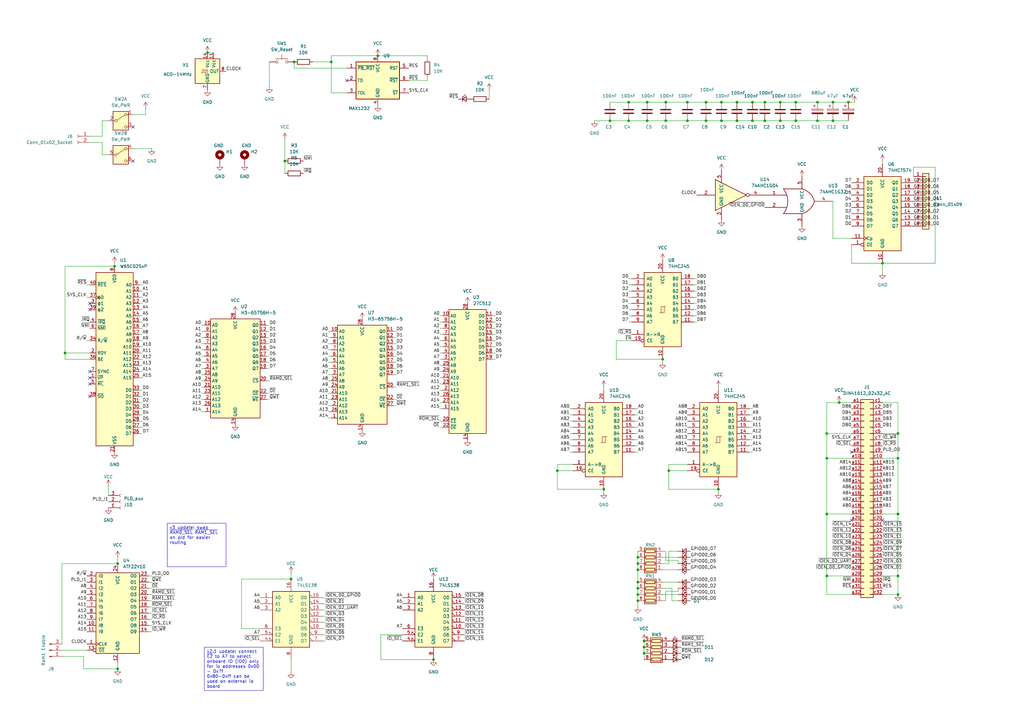
<source format=kicad_sch>
(kicad_sch (version 20250114) (generator "eeschema") (generator_version "9.0")
  (paper "A3")
  (text_box "v2.1 update: connect ~{E2} to A7 to select onboard IO (IO0) only for io addresses 0x00 - 0x7f\n0x80-0xff can be used on external io board" (at 83.82 265.43 0) (size 24.13 17.78) (margins 0.9525 0.9525 0.9525 0.9525) (effects (font (size 1.27 1.27)) (justify left top)))
  (text_box "v3 update: swap ~{RAM0_SEL} ~{RAM1_SEL} on pld for easier routing" (at 68.58 214.63 0) (size 24.13 17.78) (margins 0.9525 0.9525 0.9525 0.9525) (effects (font (size 1.27 1.27)) (justify left top)))
  (junction (at 261.62 243.84))
  (junction (at 339.09 236.22))
  (junction (at 261.62 238.76))
  (junction (at 347.98 41.91))
  (junction (at 177.8 270.51))
  (junction (at 281.94 49.53))
  (junction (at 313.69 49.53))
  (junction (at 85.09 21.59))
  (junction (at 265.43 41.91))
  (junction (at 339.09 177.8))
  (junction (at 48.26 274.32))
  (junction (at 289.56 41.91))
  (junction (at 295.91 49.53))
  (junction (at 135.89 25.4))
  (junction (at 281.94 41.91))
  (junction (at 116.84 66.04))
  (junction (at 257.81 49.53))
  (junction (at 302.26 49.53))
  (junction (at 120.65 25.4))
  (junction (at 261.62 246.38))
  (junction (at 264.16 267.97))
  (junction (at 335.28 41.91))
  (junction (at 273.05 41.91))
  (junction (at 308.61 41.91))
  (junction (at 341.63 41.91))
  (junction (at 368.3 236.22))
  (junction (at 339.09 210.82))
  (junction (at 339.09 187.96))
  (junction (at 368.3 177.8))
  (junction (at 341.63 49.53))
  (junction (at 326.39 49.53))
  (junction (at 361.95 107.95))
  (junction (at 344.17 165.1))
  (junction (at 335.28 49.53))
  (junction (at 294.64 200.66))
  (junction (at 247.65 200.66))
  (junction (at 295.91 41.91))
  (junction (at 265.43 49.53))
  (junction (at 368.3 210.82))
  (junction (at 257.81 41.91))
  (junction (at 320.04 49.53))
  (junction (at 264.16 262.89))
  (junction (at 289.56 49.53))
  (junction (at 154.94 22.86))
  (junction (at 261.62 231.14))
  (junction (at 368.3 243.84))
  (junction (at 273.05 49.53))
  (junction (at 271.78 147.32))
  (junction (at 261.62 241.3))
  (junction (at 250.19 49.53))
  (junction (at 326.39 41.91))
  (junction (at 274.32 193.04))
  (junction (at 264.16 265.43))
  (junction (at 46.99 109.22))
  (junction (at 368.3 187.96))
  (junction (at 302.26 41.91))
  (junction (at 320.04 41.91))
  (junction (at 313.69 41.91))
  (junction (at 228.6 193.04))
  (junction (at 48.26 231.14))
  (junction (at 119.38 237.49))
  (junction (at 308.61 49.53))
  (junction (at 261.62 228.6))
  (junction (at 26.67 144.78))
  (junction (at 261.62 233.68))
  (no_connect (at 361.95 213.36))
  (no_connect (at 349.25 213.36))
  (no_connect (at 36.83 152.4))
  (no_connect (at 36.83 124.46))
  (no_connect (at 36.83 154.94))
  (no_connect (at 36.83 162.56))
  (no_connect (at 54.61 66.04))
  (no_connect (at 349.25 185.42))
  (no_connect (at 54.61 52.07))
  (no_connect (at 36.83 157.48))
  (no_connect (at 36.83 127))
  (no_connect (at 142.24 33.02))
  (wire (pts (xy 135.89 22.86) (xy 154.94 22.86)))
  (wire (pts (xy 273.05 49.53) (xy 281.94 49.53)))
  (wire (pts (xy 110.49 135.89) (xy 109.22 135.89)))
  (wire (pts (xy 289.56 49.53) (xy 295.91 49.53)))
  (wire (pts (xy 180.34 167.64) (xy 181.61 167.64)))
  (wire (pts (xy 58.42 162.56) (xy 57.15 162.56)))
  (wire (pts (xy 261.62 185.42) (xy 260.35 185.42)))
  (wire (pts (xy 335.28 41.91) (xy 341.63 41.91)))
  (wire (pts (xy 273.05 229.87) (xy 278.13 229.87)))
  (wire (pts (xy 274.32 200.66) (xy 294.64 200.66)))
  (wire (pts (xy 46.99 107.95) (xy 46.99 109.22)))
  (wire (pts (xy 58.42 147.32) (xy 57.15 147.32)))
  (wire (pts (xy 271.78 233.68) (xy 278.13 233.68)))
  (wire (pts (xy 82.55 163.83) (xy 83.82 163.83)))
  (wire (pts (xy 275.59 241.3) (xy 275.59 246.38)))
  (wire (pts (xy 228.6 200.66) (xy 247.65 200.66)))
  (wire (pts (xy 134.62 135.89) (xy 135.89 135.89)))
  (wire (pts (xy 265.43 41.91) (xy 273.05 41.91)))
  (wire (pts (xy 133.35 257.81) (xy 132.08 257.81)))
  (wire (pts (xy 289.56 41.91) (xy 295.91 41.91)))
  (wire (pts (xy 274.32 193.04) (xy 281.94 193.04)))
  (wire (pts (xy 285.75 116.84) (xy 284.48 116.84)))
  (wire (pts (xy 110.49 133.35) (xy 109.22 133.35)))
  (wire (pts (xy 58.42 152.4) (xy 57.15 152.4)))
  (wire (pts (xy 295.91 49.53) (xy 302.26 49.53)))
  (wire (pts (xy 285.75 132.08) (xy 284.48 132.08)))
  (wire (pts (xy 167.64 33.02) (xy 175.26 33.02)))
  (wire (pts (xy 156.21 260.35) (xy 165.1 260.35)))
  (wire (pts (xy 274.32 231.14) (xy 274.32 226.06)))
  (wire (pts (xy 257.81 41.91) (xy 265.43 41.91)))
  (wire (pts (xy 110.49 163.83) (xy 109.22 163.83)))
  (wire (pts (xy 180.34 152.4) (xy 181.61 152.4)))
  (wire (pts (xy 252.73 147.32) (xy 252.73 139.7)))
  (wire (pts (xy 313.69 41.91) (xy 320.04 41.91)))
  (wire (pts (xy 349.25 107.95) (xy 361.95 107.95)))
  (wire (pts (xy 82.55 146.05) (xy 83.82 146.05)))
  (wire (pts (xy 175.26 24.13) (xy 175.26 22.86)))
  (wire (pts (xy 339.09 177.8) (xy 349.25 177.8)))
  (wire (pts (xy 228.6 190.5) (xy 234.95 190.5)))
  (wire (pts (xy 233.68 170.18) (xy 234.95 170.18)))
  (wire (pts (xy 154.94 22.86) (xy 175.26 22.86)))
  (wire (pts (xy 383.54 68.58) (xy 383.54 107.95)))
  (wire (pts (xy 281.94 190.5) (xy 274.32 190.5)))
  (wire (pts (xy 58.42 160.02) (xy 57.15 160.02)))
  (wire (pts (xy 261.62 226.06) (xy 261.62 228.6)))
  (wire (pts (xy 58.42 144.78) (xy 57.15 144.78)))
  (wire (pts (xy 374.65 68.58) (xy 383.54 68.58)))
  (wire (pts (xy 339.09 210.82) (xy 339.09 236.22)))
  (wire (pts (xy 361.95 66.04) (xy 361.95 67.31)))
  (wire (pts (xy 180.34 160.02) (xy 181.61 160.02)))
  (wire (pts (xy 261.62 182.88) (xy 260.35 182.88)))
  (wire (pts (xy 35.56 139.7) (xy 36.83 139.7)))
  (wire (pts (xy 135.89 22.86) (xy 135.89 25.4)))
  (wire (pts (xy 134.62 171.45) (xy 135.89 171.45)))
  (wire (pts (xy 120.65 25.4) (xy 120.65 27.94)))
  (wire (pts (xy 233.68 182.88) (xy 234.95 182.88)))
  (wire (pts (xy 99.06 237.49) (xy 119.38 237.49)))
  (wire (pts (xy 82.55 143.51) (xy 83.82 143.51)))
  (wire (pts (xy 133.35 247.65) (xy 132.08 247.65)))
  (wire (pts (xy 133.35 245.11) (xy 132.08 245.11)))
  (wire (pts (xy 308.61 182.88) (xy 307.34 182.88)))
  (wire (pts (xy 180.34 137.16) (xy 181.61 137.16)))
  (wire (pts (xy 180.34 134.62) (xy 181.61 134.62)))
  (wire (pts (xy 261.62 238.76) (xy 261.62 241.3)))
  (wire (pts (xy 285.75 124.46) (xy 284.48 124.46)))
  (wire (pts (xy 203.2 142.24) (xy 201.93 142.24)))
  (wire (pts (xy 285.75 121.92) (xy 284.48 121.92)))
  (wire (pts (xy 257.81 114.3) (xy 259.08 114.3)))
  (wire (pts (xy 302.26 41.91) (xy 308.61 41.91)))
  (wire (pts (xy 162.56 158.75) (xy 161.29 158.75)))
  (wire (pts (xy 347.98 41.91) (xy 350.52 41.91)))
  (wire (pts (xy 110.49 25.4) (xy 110.49 35.56)))
  (wire (pts (xy 134.62 166.37) (xy 135.89 166.37)))
  (wire (pts (xy 271.78 148.59) (xy 271.78 147.32)))
  (wire (pts (xy 110.49 148.59) (xy 109.22 148.59)))
  (wire (pts (xy 58.42 142.24) (xy 57.15 142.24)))
  (wire (pts (xy 361.95 177.8) (xy 368.3 177.8)))
  (wire (pts (xy 156.21 270.51) (xy 177.8 270.51)))
  (wire (pts (xy 110.49 161.29) (xy 109.22 161.29)))
  (wire (pts (xy 62.23 236.22) (xy 60.96 236.22)))
  (wire (pts (xy 308.61 185.42) (xy 307.34 185.42)))
  (wire (pts (xy 308.61 41.91) (xy 313.69 41.91)))
  (wire (pts (xy 82.55 148.59) (xy 83.82 148.59)))
  (wire (pts (xy 48.26 271.78) (xy 48.26 274.32)))
  (wire (pts (xy 82.55 133.35) (xy 83.82 133.35)))
  (wire (pts (xy 82.55 153.67) (xy 83.82 153.67)))
  (wire (pts (xy 368.3 236.22) (xy 368.3 243.84)))
  (wire (pts (xy 361.95 210.82) (xy 368.3 210.82)))
  (wire (pts (xy 261.62 172.72) (xy 260.35 172.72)))
  (wire (pts (xy 257.81 132.08) (xy 259.08 132.08)))
  (wire (pts (xy 156.21 260.35) (xy 156.21 270.51)))
  (wire (pts (xy 257.81 121.92) (xy 259.08 121.92)))
  (wire (pts (xy 383.54 107.95) (xy 361.95 107.95)))
  (wire (pts (xy 368.3 243.84) (xy 361.95 243.84)))
  (wire (pts (xy 110.49 156.21) (xy 109.22 156.21)))
  (wire (pts (xy 162.56 148.59) (xy 161.29 148.59)))
  (wire (pts (xy 203.2 134.62) (xy 201.93 134.62)))
  (wire (pts (xy 180.34 162.56) (xy 181.61 162.56)))
  (wire (pts (xy 180.34 157.48) (xy 181.61 157.48)))
  (wire (pts (xy 247.65 158.75) (xy 247.65 160.02)))
  (wire (pts (xy 250.19 41.91) (xy 257.81 41.91)))
  (wire (pts (xy 25.4 264.16) (xy 25.4 231.14)))
  (wire (pts (xy 26.67 109.22) (xy 46.99 109.22)))
  (wire (pts (xy 278.13 229.87) (xy 278.13 231.14)))
  (wire (pts (xy 162.56 143.51) (xy 161.29 143.51)))
  (wire (pts (xy 257.81 119.38) (xy 259.08 119.38)))
  (wire (pts (xy 344.17 165.1) (xy 349.25 165.1)))
  (wire (pts (xy 261.62 167.64) (xy 260.35 167.64)))
  (wire (pts (xy 110.49 138.43) (xy 109.22 138.43)))
  (wire (pts (xy 339.09 165.1) (xy 344.17 165.1)))
  (wire (pts (xy 62.23 251.46) (xy 60.96 251.46)))
  (wire (pts (xy 320.04 41.91) (xy 326.39 41.91)))
  (wire (pts (xy 339.09 187.96) (xy 339.09 210.82)))
  (wire (pts (xy 128.27 25.4) (xy 135.89 25.4)))
  (wire (pts (xy 294.64 158.75) (xy 294.64 160.02)))
  (wire (pts (xy 162.56 146.05) (xy 161.29 146.05)))
  (wire (pts (xy 180.34 139.7) (xy 181.61 139.7)))
  (wire (pts (xy 110.49 140.97) (xy 109.22 140.97)))
  (wire (pts (xy 58.42 127) (xy 57.15 127)))
  (wire (pts (xy 257.81 116.84) (xy 259.08 116.84)))
  (wire (pts (xy 134.62 138.43) (xy 135.89 138.43)))
  (wire (pts (xy 261.62 175.26) (xy 260.35 175.26)))
  (wire (pts (xy 261.62 243.84) (xy 261.62 246.38)))
  (wire (pts (xy 335.28 49.53) (xy 341.63 49.53)))
  (wire (pts (xy 62.23 254) (xy 60.96 254)))
  (wire (pts (xy 271.78 246.38) (xy 273.05 246.38)))
  (wire (pts (xy 25.4 266.7) (xy 35.56 266.7)))
  (wire (pts (xy 228.6 190.5) (xy 228.6 193.04)))
  (wire (pts (xy 82.55 138.43) (xy 83.82 138.43)))
  (wire (pts (xy 271.78 231.14) (xy 274.32 231.14)))
  (wire (pts (xy 58.42 177.8) (xy 57.15 177.8)))
  (wire (pts (xy 26.67 144.78) (xy 26.67 147.32)))
  (wire (pts (xy 82.55 158.75) (xy 83.82 158.75)))
  (wire (pts (xy 233.68 185.42) (xy 234.95 185.42)))
  (wire (pts (xy 180.34 144.78) (xy 181.61 144.78)))
  (wire (pts (xy 368.3 210.82) (xy 368.3 236.22)))
  (wire (pts (xy 180.34 129.54) (xy 181.61 129.54)))
  (wire (pts (xy 261.62 233.68) (xy 261.62 238.76)))
  (wire (pts (xy 58.42 116.84) (xy 57.15 116.84)))
  (wire (pts (xy 133.35 262.89) (xy 132.08 262.89)))
  (wire (pts (xy 285.75 129.54) (xy 284.48 129.54)))
  (wire (pts (xy 285.75 127) (xy 284.48 127)))
  (wire (pts (xy 44.45 199.39) (xy 44.45 203.2)))
  (wire (pts (xy 180.34 165.1) (xy 181.61 165.1)))
  (wire (pts (xy 261.62 177.8) (xy 260.35 177.8)))
  (wire (pts (xy 110.49 151.13) (xy 109.22 151.13)))
  (wire (pts (xy 134.62 146.05) (xy 135.89 146.05)))
  (wire (pts (xy 85.09 21.59) (xy 87.63 21.59)))
  (wire (pts (xy 180.34 172.72) (xy 181.61 172.72)))
  (wire (pts (xy 134.62 156.21) (xy 135.89 156.21)))
  (wire (pts (xy 58.42 119.38) (xy 57.15 119.38)))
  (wire (pts (xy 233.68 167.64) (xy 234.95 167.64)))
  (wire (pts (xy 41.91 49.53) (xy 44.45 49.53)))
  (wire (pts (xy 339.09 177.8) (xy 339.09 187.96)))
  (wire (pts (xy 252.73 139.7) (xy 259.08 139.7)))
  (wire (pts (xy 271.78 228.6) (xy 278.13 228.6)))
  (wire (pts (xy 349.25 243.84) (xy 339.09 243.84)))
  (wire (pts (xy 58.42 175.26) (xy 57.15 175.26)))
  (wire (pts (xy 361.95 236.22) (xy 368.3 236.22)))
  (wire (pts (xy 58.42 132.08) (xy 57.15 132.08)))
  (wire (pts (xy 341.63 82.55) (xy 341.63 97.79)))
  (wire (pts (xy 203.2 137.16) (xy 201.93 137.16)))
  (wire (pts (xy 308.61 170.18) (xy 307.34 170.18)))
  (wire (pts (xy 34.29 274.32) (xy 48.26 274.32)))
  (wire (pts (xy 134.62 148.59) (xy 135.89 148.59)))
  (wire (pts (xy 26.67 144.78) (xy 36.83 144.78)))
  (wire (pts (xy 271.78 226.06) (xy 273.05 226.06)))
  (wire (pts (xy 110.49 143.51) (xy 109.22 143.51)))
  (wire (pts (xy 368.3 177.8) (xy 368.3 187.96)))
  (wire (pts (xy 82.55 140.97) (xy 83.82 140.97)))
  (wire (pts (xy 257.81 49.53) (xy 265.43 49.53)))
  (wire (pts (xy 361.95 107.95) (xy 361.95 111.76)))
  (wire (pts (xy 106.68 257.81) (xy 99.06 257.81)))
  (wire (pts (xy 134.62 151.13) (xy 135.89 151.13)))
  (wire (pts (xy 326.39 49.53) (xy 335.28 49.53)))
  (wire (pts (xy 271.78 241.3) (xy 275.59 241.3)))
  (wire (pts (xy 257.81 124.46) (xy 259.08 124.46)))
  (wire (pts (xy 41.91 58.42) (xy 41.91 63.5)))
  (wire (pts (xy 274.32 193.04) (xy 274.32 200.66)))
  (wire (pts (xy 36.83 55.88) (xy 41.91 55.88)))
  (wire (pts (xy 162.56 166.37) (xy 161.29 166.37)))
  (wire (pts (xy 302.26 49.53) (xy 308.61 49.53)))
  (wire (pts (xy 58.42 129.54) (xy 57.15 129.54)))
  (wire (pts (xy 261.62 231.14) (xy 261.62 233.68)))
  (wire (pts (xy 308.61 167.64) (xy 307.34 167.64)))
  (wire (pts (xy 134.62 153.67) (xy 135.89 153.67)))
  (wire (pts (xy 62.23 243.84) (xy 60.96 243.84)))
  (wire (pts (xy 134.62 158.75) (xy 135.89 158.75)))
  (wire (pts (xy 180.34 149.86) (xy 181.61 149.86)))
  (wire (pts (xy 180.34 154.94) (xy 181.61 154.94)))
  (wire (pts (xy 339.09 236.22) (xy 349.25 236.22)))
  (wire (pts (xy 271.78 243.84) (xy 278.13 243.84)))
  (wire (pts (xy 281.94 41.91) (xy 289.56 41.91)))
  (wire (pts (xy 361.95 187.96) (xy 368.3 187.96)))
  (wire (pts (xy 58.42 137.16) (xy 57.15 137.16)))
  (wire (pts (xy 58.42 139.7) (xy 57.15 139.7)))
  (wire (pts (xy 274.32 190.5) (xy 274.32 193.04)))
  (wire (pts (xy 180.34 175.26) (xy 181.61 175.26)))
  (wire (pts (xy 374.65 68.58) (xy 374.65 72.39)))
  (wire (pts (xy 133.35 250.19) (xy 132.08 250.19)))
  (wire (pts (xy 271.78 238.76) (xy 278.13 238.76)))
  (wire (pts (xy 341.63 41.91) (xy 347.98 41.91)))
  (wire (pts (xy 58.42 167.64) (xy 57.15 167.64)))
  (wire (pts (xy 116.84 57.15) (xy 116.84 66.04)))
  (wire (pts (xy 180.34 147.32) (xy 181.61 147.32)))
  (wire (pts (xy 41.91 63.5) (xy 44.45 63.5)))
  (wire (pts (xy 203.2 147.32) (xy 201.93 147.32)))
  (wire (pts (xy 203.2 139.7) (xy 201.93 139.7)))
  (wire (pts (xy 180.34 132.08) (xy 181.61 132.08)))
  (wire (pts (xy 58.42 170.18) (xy 57.15 170.18)))
  (wire (pts (xy 82.55 156.21) (xy 83.82 156.21)))
  (wire (pts (xy 265.43 49.53) (xy 273.05 49.53)))
  (wire (pts (xy 133.35 252.73) (xy 132.08 252.73)))
  (wire (pts (xy 278.13 242.57) (xy 278.13 241.3)))
  (wire (pts (xy 261.62 248.92) (xy 261.62 246.38)))
  (wire (pts (xy 25.4 231.14) (xy 48.26 231.14)))
  (wire (pts (xy 119.38 270.51) (xy 119.38 275.59)))
  (wire (pts (xy 134.62 163.83) (xy 135.89 163.83)))
  (wire (pts (xy 34.29 269.24) (xy 34.29 274.32)))
  (wire (pts (xy 294.64 201.93) (xy 294.64 200.66)))
  (wire (pts (xy 273.05 226.06) (xy 273.05 229.87)))
  (wire (pts (xy 35.56 116.84) (xy 36.83 116.84)))
  (wire (pts (xy 233.68 177.8) (xy 234.95 177.8)))
  (wire (pts (xy 274.32 226.06) (xy 278.13 226.06)))
  (wire (pts (xy 203.2 129.54) (xy 201.93 129.54)))
  (wire (pts (xy 228.6 193.04) (xy 234.95 193.04)))
  (wire (pts (xy 134.62 140.97) (xy 135.89 140.97)))
  (wire (pts (xy 341.63 49.53) (xy 347.98 49.53)))
  (wire (pts (xy 82.55 166.37) (xy 83.82 166.37)))
  (wire (pts (xy 116.84 66.04) (xy 116.84 71.12)))
  (wire (pts (xy 162.56 140.97) (xy 161.29 140.97)))
  (wire (pts (xy 82.55 151.13) (xy 83.82 151.13)))
  (wire (pts (xy 275.59 246.38) (xy 278.13 246.38)))
  (wire (pts (xy 62.23 259.08) (xy 60.96 259.08)))
  (wire (pts (xy 26.67 109.22) (xy 26.67 144.78)))
  (wire (pts (xy 285.75 114.3) (xy 284.48 114.3)))
  (wire (pts (xy 233.68 172.72) (xy 234.95 172.72)))
  (wire (pts (xy 58.42 165.1) (xy 57.15 165.1)))
  (wire (pts (xy 273.05 41.91) (xy 281.94 41.91)))
  (wire (pts (xy 250.19 49.53) (xy 257.81 49.53)))
  (wire (pts (xy 62.23 256.54) (xy 60.96 256.54)))
  (wire (pts (xy 82.55 135.89) (xy 83.82 135.89)))
  (wire (pts (xy 261.62 180.34) (xy 260.35 180.34)))
  (wire (pts (xy 59.69 46.99) (xy 54.61 46.99)))
  (wire (pts (xy 233.68 180.34) (xy 234.95 180.34)))
  (wire (pts (xy 308.61 172.72) (xy 307.34 172.72)))
  (wire (pts (xy 62.23 246.38) (xy 60.96 246.38)))
  (wire (pts (xy 308.61 175.26) (xy 307.34 175.26)))
  (wire (pts (xy 233.68 175.26) (xy 234.95 175.26)))
  (wire (pts (xy 58.42 124.46) (xy 57.15 124.46)))
  (wire (pts (xy 368.3 165.1) (xy 368.3 177.8)))
  (wire (pts (xy 228.6 193.04) (xy 228.6 200.66)))
  (wire (pts (xy 339.09 187.96) (xy 349.25 187.96)))
  (wire (pts (xy 271.78 147.32) (xy 252.73 147.32)))
  (wire (pts (xy 341.63 97.79) (xy 349.25 97.79)))
  (wire (pts (xy 261.62 170.18) (xy 260.35 170.18)))
  (wire (pts (xy 99.06 257.81) (xy 99.06 237.49)))
  (wire (pts (xy 200.66 36.83) (xy 200.66 40.64)))
  (wire (pts (xy 326.39 41.91) (xy 335.28 41.91)))
  (wire (pts (xy 308.61 49.53) (xy 313.69 49.53)))
  (wire (pts (xy 36.83 147.32) (xy 26.67 147.32)))
  (wire (pts (xy 62.23 241.3) (xy 60.96 241.3)))
  (wire (pts (xy 133.35 260.35) (xy 132.08 260.35)))
  (wire (pts (xy 58.42 149.86) (xy 57.15 149.86)))
  (wire (pts (xy 142.24 38.1) (xy 135.89 38.1)))
  (wire (pts (xy 25.4 269.24) (xy 34.29 269.24)))
  (wire (pts (xy 41.91 55.88) (xy 41.91 49.53)))
  (wire (pts (xy 257.81 129.54) (xy 259.08 129.54)))
  (wire (pts (xy 264.16 262.89) (xy 264.16 265.43)))
  (wire (pts (xy 320.04 49.53) (xy 326.39 49.53)))
  (wire (pts (xy 273.05 242.57) (xy 278.13 242.57)))
  (wire (pts (xy 35.56 121.92) (xy 36.83 121.92)))
  (wire (pts (xy 162.56 151.13) (xy 161.29 151.13)))
  (wire (pts (xy 261.62 228.6) (xy 261.62 231.14)))
  (wire (pts (xy 62.23 248.92) (xy 60.96 248.92)))
  (wire (pts (xy 339.09 236.22) (xy 339.09 243.84)))
  (wire (pts (xy 264.16 267.97) (xy 264.16 270.51)))
  (wire (pts (xy 135.89 38.1) (xy 135.89 25.4)))
  (wire (pts (xy 264.16 265.43) (xy 264.16 267.97)))
  (wire (pts (xy 119.38 234.95) (xy 119.38 237.49)))
  (wire (pts (xy 59.69 46.99) (xy 59.69 44.45)))
  (wire (pts (xy 58.42 134.62) (xy 57.15 134.62)))
  (wire (pts (xy 162.56 153.67) (xy 161.29 153.67)))
  (wire (pts (xy 120.65 27.94) (xy 142.24 27.94)))
  (wire (pts (xy 62.23 238.76) (xy 60.96 238.76)))
  (wire (pts (xy 281.94 49.53) (xy 289.56 49.53)))
  (wire (pts (xy 339.09 210.82) (xy 349.25 210.82)))
  (wire (pts (xy 110.49 146.05) (xy 109.22 146.05)))
  (wire (pts (xy 48.26 228.6) (xy 48.26 231.14)))
  (wire (pts (xy 82.55 161.29) (xy 83.82 161.29)))
  (wire (pts (xy 361.95 165.1) (xy 368.3 165.1)))
  (wire (pts (xy 247.65 201.93) (xy 247.65 200.66)))
  (wire (pts (xy 257.81 127) (xy 259.08 127)))
  (wire (pts (xy 308.61 180.34) (xy 307.34 180.34)))
  (wire (pts (xy 203.2 132.08) (xy 201.93 132.08)))
  (wire (pts (xy 243.84 49.53) (xy 250.19 49.53)))
  (wire (pts (xy 313.69 49.53) (xy 320.04 49.53)))
  (wire (pts (xy 175.26 33.02) (xy 175.26 31.75)))
  (wire (pts (xy 273.05 246.38) (xy 273.05 242.57)))
  (wire (pts (xy 58.42 154.94) (xy 57.15 154.94)))
  (wire (pts (xy 339.09 165.1) (xy 339.09 177.8)))
  (wire (pts (xy 133.35 255.27) (xy 132.08 255.27)))
  (wire (pts (xy 368.3 187.96) (xy 368.3 210.82)))
  (wire (pts (xy 82.55 168.91) (xy 83.82 168.91)))
  (wire (pts (xy 58.42 121.92) (xy 57.15 121.92)))
  (wire (pts (xy 58.42 172.72) (xy 57.15 172.72)))
  (wire (pts (xy 285.75 119.38) (xy 284.48 119.38)))
  (wire (pts (xy 134.62 143.51) (xy 135.89 143.51)))
  (wire (pts (xy 36.83 58.42) (xy 41.91 58.42)))
  (wire (pts (xy 134.62 168.91) (xy 135.89 168.91)))
  (wire (pts (xy 308.61 177.8) (xy 307.34 177.8)))
  (wire (pts (xy 295.91 41.91) (xy 302.26 41.91)))
  (wire (pts (xy 349.25 100.33) (xy 349.25 107.95)))
  (wire (pts (xy 134.62 161.29) (xy 135.89 161.29)))
  (wire (pts (xy 180.34 142.24) (xy 181.61 142.24)))
  (wire (pts (xy 261.62 241.3) (xy 261.62 243.84)))
  (wire (pts (xy 162.56 135.89) (xy 161.29 135.89)))
  (wire (pts (xy 203.2 144.78) (xy 201.93 144.78)))
  (wire (pts (xy 162.56 138.43) (xy 161.29 138.43)))
  (wire (pts (xy 54.61 60.96) (xy 62.23 60.96)))
  (wire (pts (xy 162.56 163.83) (xy 161.29 163.83)))
  (label "A14" (at 308.61 182.88 0))
  (label "~{EN}" (at 259.08 139.7 180))
  (label "D2" (at 162.56 140.97 0))
  (label "~{IOEN_10}" (at 349.25 220.98 180))
  (label "~{IOEN_13}" (at 361.95 218.44 0))
  (label "AB5" (at 233.68 180.34 180))
  (label "AB15" (at 361.95 190.5 0))
  (label "D5" (at 162.56 148.59 0))
  (label "D0" (at 162.56 135.89 0))
  (label "AB6" (at 349.25 200.66 180))
  (label "D4" (at 162.56 146.05 0))
  (label "~{IOEN_08}" (at 190.5 245.11 0))
  (label "~{IRQ}" (at 36.83 132.08 180))
  (label "A15" (at 308.61 185.42 0))
  (label "RES" (at 167.64 27.94 0))
  (label "A7" (at 58.42 134.62 0))
  (label "D1" (at 110.49 135.89 0))
  (label "AB0" (at 349.25 208.28 180))
  (label "DB1" (at 361.95 175.26 0))
  (label "A9" (at 35.56 243.84 180))
  (label "A10" (at 58.42 142.24 0))
  (label "A6" (at 261.62 182.88 0))
  (label "D5" (at 110.49 146.05 0))
  (label "~{IOEN_14}" (at 349.25 215.9 180))
  (label "~{IOEN_12}" (at 190.5 255.27 0))
  (label "AB9" (at 281.94 170.18 180))
  (label "~{IOEN_06}" (at 349.25 226.06 180))
  (label "DB6" (at 285.75 129.54 0))
  (label "A14" (at 35.56 256.54 180))
  (label "~{IO_RD}" (at 361.95 182.88 0))
  (label "~{IOEN_04}" (at 349.25 228.6 180))
  (label "A10" (at 35.56 246.38 180))
  (label "GPIO00_O4" (at 283.21 233.68 0))
  (label "~{OE}" (at 162.56 163.83 0))
  (label "A7" (at 261.62 185.42 0))
  (label "D0" (at 257.81 114.3 180))
  (label "A12" (at 180.34 160.02 180))
  (label "GPIO00_O2" (at 283.21 241.3 0))
  (label "A5" (at 165.1 247.65 180))
  (label "A13" (at 180.34 162.56 180))
  (label "~{IO_SEL}" (at 349.25 182.88 180))
  (label "GPIO00_O7" (at 374.65 74.93 0))
  (label "AB10" (at 349.25 195.58 180))
  (label "AB0" (at 233.68 167.64 180))
  (label "A9" (at 82.55 156.21 180))
  (label "AB5" (at 361.95 203.2 0))
  (label "D1" (at 58.42 162.56 0))
  (label "D7" (at 257.81 132.08 180))
  (label "A14" (at 134.62 171.45 180))
  (label "DB4" (at 285.75 124.46 0))
  (label "SYS_CLK" (at 167.64 38.1 0))
  (label "AB1" (at 361.95 208.28 0))
  (label "A6" (at 82.55 148.59 180))
  (label "DB2" (at 349.25 172.72 180))
  (label "~{IO_SEL}" (at 62.23 251.46 0))
  (label "~{IOEN_08}" (at 349.25 223.52 180))
  (label "~{IO_RD}" (at 259.08 137.16 180))
  (label "DB4" (at 349.25 170.18 180))
  (label "DB7" (at 285.75 132.08 0))
  (label "A3" (at 180.34 137.16 180))
  (label "~{IO_SEL}" (at 165.1 262.89 180))
  (label "~{NMI}" (at 349.25 238.76 180))
  (label "AB7" (at 233.68 185.42 180))
  (label "A10" (at 82.55 158.75 180))
  (label "D4" (at 58.42 170.18 0))
  (label "A5" (at 106.68 247.65 180))
  (label "~{OE}" (at 62.23 241.3 0))
  (label "~{IOEN_15}" (at 190.5 262.89 0))
  (label "A2" (at 261.62 172.72 0))
  (label "DB7" (at 361.95 167.64 0))
  (label "AB12" (at 281.94 177.8 180))
  (label "D4" (at 257.81 124.46 180))
  (label "D3" (at 58.42 167.64 0))
  (label "GPIO00_O5" (at 374.65 80.01 0))
  (label "D4" (at 203.2 139.7 0))
  (label "~{IOEN_14}" (at 190.5 260.35 0))
  (label "~{IRQ}" (at 124.46 71.12 0))
  (label "GPIO00_O1" (at 374.65 90.17 0))
  (label "A0" (at 134.62 135.89 180))
  (label "A0" (at 82.55 133.35 180))
  (label "A9" (at 180.34 152.4 180))
  (label "A13" (at 134.62 168.91 180))
  (label "A10" (at 180.34 154.94 180))
  (label "~{IOEN_01}" (at 361.95 233.68 0))
  (label "A1" (at 58.42 119.38 0))
  (label "R{slash}~{W}" (at 35.56 236.22 180))
  (label "D0" (at 203.2 129.54 0))
  (label "A1" (at 261.62 170.18 0))
  (label "~{IOEN_13}" (at 190.5 257.81 0))
  (label "~{RAM1_SEL}" (at 62.23 246.38 0))
  (label "A2" (at 180.34 134.62 180))
  (label "A11" (at 35.56 248.92 180))
  (label "PLD_I1" (at 35.56 238.76 180))
  (label "CLOCK" (at 92.71 29.21 0))
  (label "A1" (at 180.34 132.08 180))
  (label "~{RAM0_SEL}" (at 279.4 262.89 0))
  (label "AB12" (at 349.25 193.04 180))
  (label "DB3" (at 361.95 172.72 0))
  (label "AB11" (at 361.95 195.58 0))
  (label "AB7" (at 361.95 200.66 0))
  (label "A11" (at 134.62 163.83 180))
  (label "D7" (at 110.49 151.13 0))
  (label "~{QWE}" (at 110.49 163.83 0))
  (label "A13" (at 308.61 180.34 0))
  (label "~{IOEN_03}" (at 133.35 252.73 0))
  (label "~{RES}" (at 349.25 241.3 180))
  (label "AB3" (at 233.68 175.26 180))
  (label "GPIO00_O1" (at 283.21 243.84 0))
  (label "~{IOEN_03}" (at 361.95 231.14 0))
  (label "A3" (at 134.62 143.51 180))
  (label "AB15" (at 281.94 185.42 180))
  (label "A7" (at 134.62 153.67 180))
  (label "RES" (at 361.95 241.3 0))
  (label "~{QWE}" (at 62.23 238.76 0))
  (label "~{IOEN_01}" (at 133.35 247.65 0))
  (label "~{RES}" (at 35.56 116.84 180))
  (label "A14" (at 180.34 165.1 180))
  (label "SYS_CLK" (at 62.23 256.54 0))
  (label "~{IOEN_09}" (at 190.5 247.65 0))
  (label "~{IOEN_04}" (at 133.35 255.27 0))
  (label "A9" (at 308.61 170.18 0))
  (label "DB6" (at 349.25 167.64 180))
  (label "D6" (at 110.49 148.59 0))
  (label "D3" (at 257.81 121.92 180))
  (label "D3" (at 203.2 137.16 0))
  (label "D1" (at 203.2 132.08 0))
  (label "A4" (at 165.1 245.11 180))
  (label "~{RAM0_SEL}" (at 62.23 243.84 0))
  (label "~{RAM0_SEL}" (at 110.49 156.21 0))
  (label "GPIO00_O0" (at 283.21 246.38 0))
  (label "GPIO00_O5" (at 283.21 231.14 0))
  (label "A9" (at 58.42 139.7 0))
  (label "~{NMI}" (at 124.46 66.04 0))
  (label "AB1" (at 233.68 170.18 180))
  (label "A8" (at 58.42 137.16 0))
  (label "GPIO00_O3" (at 283.21 238.76 0))
  (label "D7" (at 203.2 147.32 0))
  (label "SYS_CLK" (at 35.56 121.92 180))
  (label "D5" (at 203.2 142.24 0))
  (label "CLOCK" (at 35.56 264.16 180))
  (label "D3" (at 110.49 140.97 0))
  (label "AB8" (at 349.25 198.12 180))
  (label "D5" (at 58.42 172.72 0))
  (label "~{IOEN_11}" (at 361.95 220.98 0))
  (label "A3" (at 58.42 124.46 0))
  (label "AB13" (at 281.94 180.34 180))
  (label "A2" (at 82.55 138.43 180))
  (label "GPIO00_O7" (at 283.21 226.06 0))
  (label "DB5" (at 285.75 127 0))
  (label "~{RAM1_SEL}" (at 279.4 265.43 0))
  (label "AB2" (at 349.25 205.74 180))
  (label "D7" (at 349.25 74.93 180))
  (label "A11" (at 82.55 161.29 180))
  (label "~{OE}" (at 110.49 161.29 0))
  (label "A9" (at 134.62 158.75 180))
  (label "A8" (at 35.56 241.3 180))
  (label "D1" (at 257.81 116.84 180))
  (label "A14" (at 82.55 168.91 180))
  (label "~{IOEN_07}" (at 361.95 226.06 0))
  (label "~{IOEN_02_UART}" (at 133.35 250.19 0))
  (label "~{IOEN_06}" (at 133.35 260.35 0))
  (label "AB3" (at 361.95 205.74 0))
  (label "~{IOEN_00_GPIO0}" (at 313.69 85.09 180))
  (label "A15" (at 180.34 167.64 180))
  (label "AB14" (at 349.25 190.5 180))
  (label "A1" (at 134.62 138.43 180))
  (label "GPIO00_O0" (at 374.65 92.71 0))
  (label "DB2" (at 285.75 119.38 0))
  (label "A6" (at 58.42 132.08 0))
  (label "A3" (at 261.62 175.26 0))
  (label "PLD_O0" (at 62.23 236.22 0))
  (label "A5" (at 82.55 146.05 180))
  (label "GPIO00_O4" (at 374.65 82.55 0))
  (label "D6" (at 349.25 77.47 180))
  (label "~{IOEN_15}" (at 361.95 215.9 0))
  (label "DB1" (at 285.75 116.84 0))
  (label "A6" (at 134.62 151.13 180))
  (label "A4" (at 82.55 143.51 180))
  (label "A6" (at 106.68 250.19 180))
  (label "~{IOEN_05}" (at 361.95 228.6 0))
  (label "A13" (at 58.42 149.86 0))
  (label "~{IOEN_00_GPIO0}" (at 133.35 245.11 0))
  (label "D0" (at 58.42 160.02 0))
  (label "A13" (at 82.55 166.37 180))
  (label "~{IOEN_02_UART}" (at 349.25 231.14 180))
  (label "A0" (at 58.42 116.84 0))
  (label "AB11" (at 281.94 175.26 180))
  (label "A15" (at 58.42 154.94 0))
  (label "AB13" (at 361.95 193.04 0))
  (label "A4" (at 106.68 245.11 180))
  (label "AB4" (at 233.68 177.8 180))
  (label "~{QWE}" (at 279.4 270.51 0))
  (label "A12" (at 308.61 177.8 0))
  (label "DB3" (at 285.75 121.92 0))
  (label "A6" (at 180.34 144.78 180))
  (label "D4" (at 110.49 143.51 0))
  (label "AB10" (at 281.94 172.72 180))
  (label "A4" (at 58.42 127 0))
  (label "A8" (at 308.61 167.64 0))
  (label "A15" (at 35.56 259.08 180))
  (label "DB0" (at 285.75 114.3 0))
  (label "~{IO_WR}" (at 62.23 259.08 0))
  (label "A5" (at 134.62 148.59 180))
  (label "A11" (at 308.61 175.26 0))
  (label "A12" (at 35.56 251.46 180))
  (label "~{IOEN_05}" (at 133.35 257.81 0))
  (label "GPIO00_O3" (at 374.65 85.09 0))
  (label "A4" (at 261.62 177.8 0))
  (label "~{IO_RD}" (at 62.23 254 0))
  (label "A2" (at 134.62 140.97 180))
  (label "A10" (at 134.62 161.29 180))
  (label "GPIO00_O6" (at 374.65 77.47 0))
  (label "~{NMI}" (at 36.83 134.62 180))
  (label "AB2" (at 233.68 172.72 180))
  (label "D1" (at 349.25 90.17 180))
  (label "PLD_O0" (at 361.95 185.42 0))
  (label "A13" (at 35.56 254 180))
  (label "AB14" (at 281.94 182.88 180))
  (label "~{IOEN_11}" (at 190.5 252.73 0))
  (label "GPIO00_O2" (at 374.65 87.63 0))
  (label "A6" (at 165.1 250.19 180))
  (label "A4" (at 134.62 146.05 180))
  (label "DB5" (at 361.95 170.18 0))
  (label "~{IOEN_00_GPIO0}" (at 349.25 233.68 180))
  (label "A4" (at 180.34 139.7 180))
  (label "A3" (at 82.55 140.97 180))
  (label "A1" (at 82.55 135.89 180))
  (label "~{RES}" (at 187.96 40.64 180))
  (label "AB9" (at 361.95 198.12 0))
  (label "~{IOEN_12}" (at 349.25 218.44 180))
  (label "D3" (at 162.56 143.51 0))
  (label "AB6" (at 233.68 182.88 180))
  (label "A11" (at 58.42 144.78 0))
  (label "~{QWE}" (at 162.56 166.37 0))
  (label "D6" (at 257.81 129.54 180))
  (label "D2" (at 257.81 119.38 180))
  (label "A12" (at 82.55 163.83 180))
  (label "SYS_CLK" (at 349.25 180.34 180))
  (label "A12" (at 134.62 166.37 180))
  (label "D2" (at 203.2 134.62 0))
  (label "~{ROM_SEL}" (at 62.23 248.92 0))
  (label "D1" (at 162.56 138.43 0))
  (label "A11" (at 180.34 157.48 180))
  (label "A5" (at 58.42 129.54 0))
  (label "D2" (at 110.49 138.43 0))
  (label "CLOCK" (at 285.75 80.01 180))
  (label "A10" (at 308.61 172.72 0))
  (label "D6" (at 162.56 151.13 0))
  (label "D2" (at 58.42 165.1 0))
  (label "PLD_I1" (at 44.45 205.74 180))
  (label "~{IOEN_07}" (at 133.35 262.89 0))
  (label "D0" (at 110.49 133.35 0))
  (label "A0" (at 261.62 167.64 0))
  (label "D2" (at 349.25 87.63 180))
  (label "D7" (at 162.56 153.67 0))
  (label "~{OE}" (at 180.34 175.26 180))
  (label "D7" (at 58.42 177.8 0))
  (label "D5" (at 257.81 127 180))
  (label "A7" (at 180.34 147.32 180))
  (label "D4" (at 349.25 82.55 180))
  (label "A2" (at 58.42 121.92 0))
  (label "A7" (at 106.68 260.35 180))
  (label "A8" (at 82.55 153.67 180))
  (label "~{RES}" (at 167.64 33.02 0))
  (label "GPIO00_O6" (at 283.21 228.6 0))
  (label "A12" (at 58.42 147.32 0))
  (label "~{ROM_SEL}" (at 180.34 172.72 180))
  (label "~{IO_WR}" (at 361.95 180.34 0))
  (label "AB8" (at 281.94 167.64 180))
  (label "A7" (at 165.1 257.81 180))
  (label "A8" (at 134.62 156.21 180))
  (label "DB0" (at 349.25 175.26 180))
  (label "D5" (at 349.25 80.01 180))
  (label "~{ROM_SEL}" (at 279.4 267.97 0))
  (label "D6" (at 58.42 175.26 0))
  (label "AB4" (at 349.25 203.2 180))
  (label "A5" (at 180.34 142.24 180))
  (label "A8" (at 180.34 149.86 180))
  (label "~{IRQ}" (at 361.95 238.76 0))
  (label "D0" (at 349.25 92.71 180))
  (label "A5" (at 261.62 180.34 0))
  (label "A0" (at 180.34 129.54 180))
  (label "~{IO_SEL}" (at 106.68 262.89 180))
  (label "~{IOEN_10}" (at 190.5 250.19 0))
  (label "A14" (at 58.42 152.4 0))
  (label "~{IOEN_09}" (at 361.95 223.52 0))
  (label "~{RAM1_SEL}" (at 162.56 158.75 0))
  (label "D3" (at 349.25 85.09 180))
  (label "D6" (at 203.2 144.78 0))
  (label "A7" (at 82.55 151.13 180))
  (label "R{slash}~{W}" (at 35.56 139.7 180))
  (symbol (lib_id "Device:LED_Small") (at 280.67 226.06 0) (mirror x) (unit 1)
    (property "Reference" "D8" (effects (hide yes)))
    (property "Value" "LED_Small" (effects (hide yes)))
    (property "Footprint" "LED_SMD:LED_0805_2012Metric_Pad1.15x1.40mm_HandSolder" (effects (hide yes)))
  )
  (symbol (lib_id "Device:C") (at 295.91 45.72 0) (unit 1)
    (property "Reference" "C9" (at 295.275 52.07 0) (effects (justify left)))
    (property "Value" "100nF" (at 293.37 39.37 0) (effects (justify left)))
    (property "Footprint" "Capacitor_SMD:C_0805_2012Metric_Pad1.18x1.45mm_HandSolder" (effects (hide yes)))
  )
  (symbol (lib_id "Device:R") (at 196.85 40.64 90) (unit 1)
    (property "Reference" "R2" (at 196.85 34.29 90))
    (property "Value" "10K" (at 196.85 36.83 90))
    (property "Footprint" "Resistor_SMD:R_0805_2012Metric_Pad1.20x1.40mm_HandSolder" (effects (hide yes)))
  )
  (symbol (lib_id "Device:C") (at 320.04 45.72 0) (unit 1)
    (property "Reference" "C13" (at 321.945 52.07 0) (effects (justify right)))
    (property "Value" "100nF" (at 322.58 39.37 0) (effects (justify right)))
    (property "Footprint" "Capacitor_SMD:C_0805_2012Metric_Pad1.18x1.45mm_HandSolder" (effects (hide yes)))
  )
  (symbol (lib_id "74xGxx:74AHC1G04") (at 300.99 80.01 0) (unit 1)
    (property "Reference" "U14" (at 313.69 73.5898 0))
    (property "Value" "74AHC1G04" (at 313.69 76.1298 0))
    (property "Footprint" "Package_TO_SOT_SMD:SOT-23-5_HandSoldering" (effects (hide yes)))
    (property "Datasheet" "http://www.ti.com/lit/sg/scyt129e/scyt129e.pdf" (effects (hide yes)))
    (property "Description" "Single NOT Gate, Low-Voltage CMOS" (effects (hide yes)))
  )
  (symbol (lib_id "65xx:W65C02SxP") (at 46.99 147.32 0) (unit 1)
    (property "Reference" "U1" (at 49.1841 106.68 0) (effects (justify left)))
    (property "Value" "W65C02SxP" (at 49.1841 109.22 0) (effects (justify left)))
    (property "Footprint" "Package_DIP:DIP-40_W15.24mm_Socket" (effects (hide yes)))
    (property "Datasheet" "http://www.westerndesigncenter.com/wdc/documentation/w65c02s.pdf" (effects (hide yes)))
  )
  (symbol (lib_id "power:VCC") (at 85.09 21.59 0) (unit 1)
    (property "Reference" "#PWR022" (effects (hide yes)))
    (property "Value" "VCC" (at 85.09 16.51 0))
  )
  (symbol (lib_id "power:GND") (at 96.52 173.99 0) (unit 1)
    (property "Reference" "#PWR08" (effects (hide yes)))
    (property "Value" "GND" (at 96.52 179.07 0))
  )
  (symbol (lib_id "Device:C") (at 302.26 45.72 0) (unit 1)
    (property "Reference" "C14" (at 301.625 52.07 0) (effects (justify left)))
    (property "Value" "100nF" (at 299.72 38.1 0) (effects (justify left)))
    (property "Footprint" "Capacitor_SMD:C_0805_2012Metric_Pad1.18x1.45mm_HandSolder" (effects (hide yes)))
  )
  (symbol (lib_id "Device:C") (at 313.69 45.72 0) (unit 1)
    (property "Reference" "C2" (at 313.055 52.07 0) (effects (justify left)))
    (property "Value" "100nF" (at 311.15 38.1 0) (effects (justify left)))
    (property "Footprint" "Capacitor_SMD:C_0805_2012Metric_Pad1.18x1.45mm_HandSolder" (effects (hide yes)))
  )
  (symbol (lib_id "Connector_Generic:Conn_01x09") (at 379.73 82.55 0) (unit 1)
    (property "Reference" "J11" (at 382.905 81.28 0) (effects (justify left)))
    (property "Value" "Conn_01x09" (at 382.905 83.82 0) (effects (justify left)))
    (property "Footprint" "Connector_PinSocket_2.54mm:PinSocket_1x09_P2.54mm_Vertical" (effects (hide yes)))
  )
  (symbol (lib_id "power:GND") (at 62.23 60.96 0) (unit 1)
    (property "Reference" "#PWR031" (effects (hide yes)))
    (property "Value" "GND" (at 62.23 66.04 0))
  )
  (symbol (lib_id "Device:C") (at 265.43 45.72 0) (unit 1)
    (property "Reference" "C5" (at 264.795 52.07 0) (effects (justify left)))
    (property "Value" "100nF" (at 262.89 39.37 0) (effects (justify left)))
    (property "Footprint" "Capacitor_SMD:C_0805_2012Metric_Pad1.18x1.45mm_HandSolder" (effects (hide yes)))
  )
  (symbol (lib_id "power:VCC") (at 264.16 262.89 0) (unit 1)
    (property "Reference" "#PWR036" (effects (hide yes)))
    (property "Value" "VCC" (at 264.16 257.81 0))
  )
  (symbol (lib_id "Memory_RAM:HM62256BLP") (at 148.59 153.67 0) (unit 1)
    (property "Reference" "U7" (at 150.7841 128.27 0) (effects (justify left)))
    (property "Value" "H3-65756H-5" (at 150.7841 130.81 0) (effects (justify left)))
    (property "Footprint" "Package_DIP:DIP-28_W7.62mm_Socket" (effects (hide yes)))
    (property "Datasheet" "https://web.mit.edu/6.115/www/document/62256.pdf" (effects (hide yes)))
  )
  (symbol (lib_id "power:GND") (at 110.49 35.56 0) (unit 1)
    (property "Reference" "#PWR020" (effects (hide yes)))
    (property "Value" "GND" (at 110.49 40.64 0))
  )
  (symbol (lib_id "Device:LED_Small") (at 280.67 241.3 0) (mirror x) (unit 1)
    (property "Reference" "D3" (effects (hide yes)))
    (property "Value" "LED_Small" (effects (hide yes)))
    (property "Footprint" "LED_SMD:LED_0805_2012Metric_Pad1.15x1.40mm_HandSolder" (effects (hide yes)))
  )
  (symbol (lib_id "power:GND") (at 191.77 180.34 0) (unit 1)
    (property "Reference" "#PWR09" (effects (hide yes)))
    (property "Value" "GND" (at 191.77 185.42 0))
  )
  (symbol (lib_id "Device:LED_Small") (at 280.67 238.76 0) (mirror x) (unit 1)
    (property "Reference" "D4" (effects (hide yes)))
    (property "Value" "LED_Small" (effects (hide yes)))
    (property "Footprint" "LED_SMD:LED_0805_2012Metric_Pad1.15x1.40mm_HandSolder" (effects (hide yes)))
  )
  (symbol (lib_id "power:GND") (at 46.99 185.42 0) (unit 1)
    (property "Reference" "#PWR07" (effects (hide yes)))
    (property "Value" "GND" (at 46.99 190.5 0))
  )
  (symbol (lib_id "65xx:osci-14or8") (at 85.09 29.21 0) (unit 1)
    (property "Reference" "X1" (at 77.47 26.67 0) (effects (justify right)))
    (property "Value" "ACO-14MHz" (at 78.74 30.48 0) (effects (justify right)))
    (property "Footprint" "Package_DIP:DIP-14_W7.62mm_Socket" (effects (hide yes)))
    (property "Datasheet" "http://www.conwin.com/datasheets/cx/cx030.pdf" (effects (hide yes)))
  )
  (symbol (lib_id "power:VCC") (at 154.94 22.86 0) (unit 1)
    (property "Reference" "#PWR018" (effects (hide yes)))
    (property "Value" "VCC" (at 154.94 17.78 0))
  )
  (symbol (lib_id "Device:C") (at 289.56 45.72 0) (unit 1)
    (property "Reference" "C8" (at 287.655 52.07 0) (effects (justify left)))
    (property "Value" "100nF" (at 287.02 36.83 0) (effects (justify left)))
    (property "Footprint" "Capacitor_SMD:C_0805_2012Metric_Pad1.18x1.45mm_HandSolder" (effects (hide yes)))
  )
  (symbol (lib_id "power:VCC") (at 295.91 69.85 0) (unit 1)
    (property "Reference" "#PWR044" (effects (hide yes)))
    (property "Value" "VCC" (at 295.91 64.77 0))
  )
  (symbol (lib_id "power:VCC") (at 48.26 228.6 0) (unit 1)
    (property "Reference" "#PWR04" (effects (hide yes)))
    (property "Value" "VCC" (at 48.26 223.52 0))
  )
  (symbol (lib_id "Memory_EPROM:27C512") (at 191.77 152.4 0) (unit 1)
    (property "Reference" "U3" (at 193.9641 121.92 0) (effects (justify left)))
    (property "Value" "27C512" (at 193.9641 124.46 0) (effects (justify left)))
    (property "Footprint" "Package_DIP:DIP-28_W15.24mm_Socket" (effects (hide yes)))
    (property "Datasheet" "http://ww1.microchip.com/downloads/en/DeviceDoc/doc0015.pdf" (effects (hide yes)))
  )
  (symbol (lib_id "Device:C") (at 250.19 45.72 0) (unit 1)
    (property "Reference" "C3" (at 248.285 52.07 0) (effects (justify left)))
    (property "Value" "100nF" (at 247.015 39.37 0) (effects (justify left)))
    (property "Footprint" "Capacitor_SMD:C_0805_2012Metric_Pad1.18x1.45mm_HandSolder" (effects (hide yes)))
  )
  (symbol (lib_id "Device:C") (at 308.61 45.72 0) (unit 1)
    (property "Reference" "C10" (at 310.515 52.07 0) (effects (justify right)))
    (property "Value" "100nF" (at 311.15 39.37 0) (effects (justify right)))
    (property "Footprint" "Capacitor_SMD:C_0805_2012Metric_Pad1.18x1.45mm_HandSolder" (effects (hide yes)))
  )
  (symbol (lib_id "Device:LED_Small") (at 276.86 267.97 0) (mirror y) (unit 1)
    (property "Reference" "D9" (effects (hide yes)))
    (property "Value" "LED_Small" (effects (hide yes)))
    (property "Footprint" "LED_SMD:LED_0805_2012Metric_Pad1.15x1.40mm_HandSolder" (effects (hide yes)))
  )
  (symbol (lib_id "Device:LED_Small") (at 276.86 262.89 0) (mirror y) (unit 1)
    (property "Reference" "D10" (effects (hide yes)))
    (property "Value" "LED_Small" (effects (hide yes)))
    (property "Footprint" "LED_SMD:LED_0805_2012Metric_Pad1.15x1.40mm_HandSolder" (effects (hide yes)))
  )
  (symbol (lib_id "Device:C") (at 326.39 45.72 0) (unit 1)
    (property "Reference" "C15" (at 328.295 52.07 0) (effects (justify right)))
    (property "Value" "100nF" (at 328.93 39.37 0) (effects (justify right)))
    (property "Footprint" "Capacitor_SMD:C_0805_2012Metric_Pad1.18x1.45mm_HandSolder" (effects (hide yes)))
  )
  (symbol (lib_id "74xx:74LS138") (at 119.38 252.73 0) (unit 1)
    (property "Reference" "U5" (at 121.5741 237.49 0) (effects (justify left)))
    (property "Value" "74LS138" (at 121.5741 240.03 0) (effects (justify left)))
    (property "Footprint" "Package_SO:SO-16_3.9x9.9mm_P1.27mm" (effects (hide yes)))
    (property "Datasheet" "http://www.ti.com/lit/gpn/sn74LS138" (effects (hide yes)))
  )
  (symbol (lib_id "Device:R_Pack04") (at 266.7 228.6 90) (unit 1)
    (property "Reference" "RN2" (at 266.7 223.52 90))
    (property "Value" "R_Pack04" (effects (hide yes)))
    (property "Footprint" "Resistor_SMD:R_Array_Convex_4x0612" (effects (hide yes)))
  )
  (symbol (lib_id "Device:R") (at 120.65 71.12 90) (unit 1)
    (property "Reference" "R5" (at 120.65 64.77 90))
    (property "Value" "10K" (at 120.65 67.31 90))
    (property "Footprint" "Resistor_SMD:R_0805_2012Metric_Pad1.20x1.40mm_HandSolder" (effects (hide yes)))
  )
  (symbol (lib_id "power:GND") (at 361.95 111.76 0) (unit 1)
    (property "Reference" "#PWR03" (effects (hide yes)))
    (property "Value" "GND" (at 361.95 116.84 0))
  )
  (symbol (lib_id "Device:C") (at 257.81 45.72 0) (unit 1)
    (property "Reference" "C4" (at 255.905 52.07 0) (effects (justify left)))
    (property "Value" "100nF" (at 254.635 39.37 0) (effects (justify left)))
    (property "Footprint" "Capacitor_SMD:C_0805_2012Metric_Pad1.18x1.45mm_HandSolder" (effects (hide yes)))
  )
  (symbol (lib_id "power:GND") (at 177.8 270.51 0) (unit 1)
    (property "Reference" "#PWR035" (effects (hide yes)))
    (property "Value" "GND" (at 177.8 275.59 0))
  )
  (symbol (lib_id "Device:LED_Small") (at 280.67 233.68 0) (mirror x) (unit 1)
    (property "Reference" "D5" (effects (hide yes)))
    (property "Value" "LED_Small" (effects (hide yes)))
    (property "Footprint" "LED_SMD:LED_0805_2012Metric_Pad1.15x1.40mm_HandSolder" (effects (hide yes)))
  )
  (symbol (lib_id "power:VCC") (at 361.95 66.04 0) (unit 1)
    (property "Reference" "#PWR06" (effects (hide yes)))
    (property "Value" "VCC" (at 361.95 60.96 0))
  )
  (symbol (lib_id "Device:R_Pack04") (at 269.24 265.43 90) (unit 1)
    (property "Reference" "RN3" (at 269.24 260.35 90))
    (property "Value" "R_Pack04" (effects (hide yes)))
    (property "Footprint" "Resistor_SMD:R_Array_Convex_4x0612" (effects (hide yes)))
  )
  (symbol (lib_id "power:VCC") (at 59.69 44.45 0) (unit 1)
    (property "Reference" "#PWR032" (effects (hide yes)))
    (property "Value" "VCC" (at 59.69 39.37 0))
  )
  (symbol (lib_id "Device:LED_Small") (at 280.67 246.38 0) (mirror x) (unit 1)
    (property "Reference" "D1" (at 285.75 246.38 0))
    (property "Value" "LED_Small" (effects (hide yes)))
    (property "Footprint" "LED_SMD:LED_0805_2012Metric_Pad1.15x1.40mm_HandSolder" (effects (hide yes)))
  )
  (symbol (lib_id "Device:R") (at 124.46 25.4 90) (unit 1)
    (property "Reference" "R1" (at 124.46 19.05 90))
    (property "Value" "10K" (at 124.46 21.59 90))
    (property "Footprint" "Resistor_SMD:R_0805_2012Metric_Pad1.20x1.40mm_HandSolder" (effects (hide yes)))
  )
  (symbol (lib_id "power:VCC") (at 119.38 234.95 0) (unit 1)
    (property "Reference" "#PWR05" (effects (hide yes)))
    (property "Value" "VCC" (at 119.38 231.14 0))
  )
  (symbol (lib_id "power:VCC") (at 247.65 158.75 0) (unit 1)
    (property "Reference" "#PWR016" (effects (hide yes)))
    (property "Value" "VCC" (at 247.65 153.67 0))
  )
  (symbol (lib_id "74xGxx:74AHC1G32") (at 328.93 82.55 0) (unit 1)
    (property "Reference" "U13" (at 341.63 76.1298 0))
    (property "Value" "74AHC1G32" (at 341.63 78.6698 0))
    (property "Footprint" "Package_TO_SOT_SMD:SOT-23-5_HandSoldering" (effects (hide yes)))
    (property "Datasheet" "http://www.ti.com/lit/sg/scyt129e/scyt129e.pdf" (effects (hide yes)))
    (property "Description" "Single OR Gate, Low-Voltage CMOS" (effects (hide yes)))
  )
  (symbol (lib_id "Device:LED_Small") (at 280.67 243.84 0) (mirror x) (unit 1)
    (property "Reference" "D2" (effects (hide yes)))
    (property "Value" "LED_Small" (effects (hide yes)))
    (property "Footprint" "LED_SMD:LED_0805_2012Metric_Pad1.15x1.40mm_HandSolder" (effects (hide yes)))
  )
  (symbol (lib_id "Device:LED_Small") (at 276.86 265.43 0) (mirror y) (unit 1)
    (property "Reference" "D11" (at 290.83 265.43 0))
    (property "Value" "LED_Small" (effects (hide yes)))
    (property "Footprint" "LED_SMD:LED_0805_2012Metric_Pad1.15x1.40mm_HandSolder" (effects (hide yes)))
  )
  (symbol (lib_id "power:VCC") (at 191.77 124.46 0) (unit 1)
    (property "Reference" "#PWR012" (effects (hide yes)))
    (property "Value" "VCC" (at 191.77 119.38 0))
  )
  (symbol (lib_id "Connector:Conn_01x03_Socket") (at 49.53 205.74 0) (mirror x) (unit 1)
    (property "Reference" "J10" (at 50.8 207.01 0) (effects (justify left)))
    (property "Value" "PLD_aux" (at 50.8 204.47 0) (effects (justify left)))
    (property "Footprint" "Connector_PinHeader_2.54mm:PinHeader_1x03_P2.54mm_Vertical" (effects (hide yes)))
  )
  (symbol (lib_id "power:VCC") (at 200.66 36.83 0) (unit 1)
    (property "Reference" "#PWR037" (effects (hide yes)))
    (property "Value" "VCC" (at 200.66 31.75 0))
  )
  (symbol (lib_id "power:VCC") (at 116.84 57.15 0) (unit 1)
    (property "Reference" "#PWR017" (effects (hide yes)))
    (property "Value" "VCC" (at 116.84 52.07 0))
  )
  (symbol (lib_id "power:GND") (at 271.78 148.59 0) (unit 1)
    (property "Reference" "#PWR028" (effects (hide yes)))
    (property "Value" "GND" (at 271.78 153.67 0))
  )
  (symbol (lib_id "74xx:74HC245") (at 271.78 127 0) (unit 1)
    (property "Reference" "U8" (at 273.9741 106.68 0) (effects (justify left)))
    (property "Value" "74HC245" (at 273.9741 109.22 0) (effects (justify left)))
    (property "Footprint" "Package_SO:SO-20_12.8x7.5mm_P1.27mm" (effects (hide yes)))
    (property "Datasheet" "http://www.ti.com/lit/gpn/sn74HC245" (effects (hide yes)))
  )
  (symbol (lib_id "Memory_RAM:HM62256BLP") (at 96.52 151.13 0) (unit 1)
    (property "Reference" "U2" (at 98.7141 125.73 0) (effects (justify left)))
    (property "Value" "H3-65756H-5" (at 98.7141 128.27 0) (effects (justify left)))
    (property "Footprint" "Package_DIP:DIP-28_W7.62mm_Socket" (effects (hide yes)))
    (property "Datasheet" "https://web.mit.edu/6.115/www/document/62256.pdf" (effects (hide yes)))
  )
  (symbol (lib_id "Connector:Conn_01x03_Pin") (at 20.32 266.7 0) (mirror x) (unit 1)
    (property "Reference" "J9" (at 20.955 274.32 0))
    (property "Value" "Ram1 Enable" (at 17.78 266.7 90))
    (property "Footprint" "Connector_PinHeader_2.54mm:PinHeader_1x03_P2.54mm_Vertical" (effects (hide yes)))
  )
  (symbol (lib_id "power:GND") (at 100.33 67.31 0) (unit 1)
    (property "Reference" "#PWR034" (effects (hide yes)))
    (property "Value" "GND" (at 100.33 72.39 0))
  )
  (symbol (lib_id "power:GND") (at 295.91 90.17 0) (unit 1)
    (property "Reference" "#PWR043" (effects (hide yes)))
    (property "Value" "GND" (at 295.91 95.25 0))
  )
  (symbol (lib_id "Device:C") (at 273.05 45.72 0) (unit 1)
    (property "Reference" "C6" (at 271.145 52.07 0) (effects (justify left)))
    (property "Value" "100nF" (at 270.51 39.37 0) (effects (justify left)))
    (property "Footprint" "Capacitor_SMD:C_0805_2012Metric_Pad1.18x1.45mm_HandSolder" (effects (hide yes)))
  )
  (symbol (lib_id "Device:R") (at 120.65 66.04 90) (unit 1)
    (property "Reference" "R3" (at 120.65 59.69 90))
    (property "Value" "10K" (at 120.65 62.23 90))
    (property "Footprint" "Resistor_SMD:R_0805_2012Metric_Pad1.20x1.40mm_HandSolder" (effects (hide yes)))
  )
  (symbol (lib_id "Mechanical:MountingHole_Pad") (at 90.17 64.77 0) (unit 1)
    (property "Reference" "H1" (at 92.71 62.23 0) (effects (justify left)))
    (property "Value" "GND" (at 87.63 59.69 0) (effects (justify left)))
    (property "Footprint" "MountingHole:MountingHole_3.2mm_M3_DIN965_Pad" (effects (hide yes)))
  )
  (symbol (lib_id "power:GND") (at 261.62 248.92 0) (unit 1)
    (property "Reference" "#PWR030" (effects (hide yes)))
    (property "Value" "GND" (at 261.62 254 0))
  )
  (symbol (lib_id "Device:C_Polarized") (at 347.98 45.72 0) (unit 1)
    (property "Reference" "C1" (at 345.44 52.07 0) (effects (justify left)))
    (property "Value" "47uF" (at 345.44 39.37 0) (effects (justify left)))
    (property "Footprint" "Capacitor_THT:CP_Radial_D4.0mm_P2.00mm" (effects (hide yes)))
  )
  (symbol (lib_id "74xx:74LS138") (at 177.8 252.73 0) (unit 1)
    (property "Reference" "U12" (at 179.9941 237.49 0) (effects (justify left)))
    (property "Value" "74LS138" (at 179.9941 240.03 0) (effects (justify left)))
    (property "Footprint" "Package_SO:SO-16_3.9x9.9mm_P1.27mm" (effects (hide yes)))
    (property "Datasheet" "http://www.ti.com/lit/gpn/sn74LS138" (effects (hide yes)))
  )
  (symbol (lib_id "power:VCC") (at 96.52 128.27 0) (unit 1)
    (property "Reference" "#PWR011" (effects (hide yes)))
    (property "Value" "VCC" (at 96.52 123.19 0))
  )
  (symbol (lib_id "Device:LED_Small") (at 280.67 228.6 0) (mirror x) (unit 1)
    (property "Reference" "D7" (effects (hide yes)))
    (property "Value" "LED_Small" (effects (hide yes)))
    (property "Footprint" "LED_SMD:LED_0805_2012Metric_Pad1.15x1.40mm_HandSolder" (effects (hide yes)))
  )
  (symbol (lib_id "power:VCC") (at 46.99 107.95 0) (unit 1)
    (property "Reference" "#PWR010" (effects (hide yes)))
    (property "Value" "VCC" (at 46.99 102.87 0))
  )
  (symbol (lib_id "Mechanical:MountingHole_Pad") (at 100.33 64.77 0) (unit 1)
    (property "Reference" "H2" (at 102.87 62.23 0) (effects (justify left)))
    (property "Value" "GND" (at 99.06 59.69 0) (effects (justify left)))
    (property "Footprint" "MountingHole:MountingHole_3.2mm_M3_DIN965_Pad" (effects (hide yes)))
  )
  (symbol (lib_id "Logic_Programmable:PAL20RS10") (at 48.26 251.46 0) (unit 1)
    (property "Reference" "U4" (at 50.4541 229.87 0) (effects (justify left)))
    (property "Value" "ATF22V10" (at 50.4541 232.41 0) (effects (justify left)))
    (property "Footprint" "Package_DIP:DIP-24_W7.62mm_Socket" (effects (hide yes)))
  )
  (symbol (lib_id "power:GND") (at 85.09 36.83 0) (unit 1)
    (property "Reference" "#PWR021" (effects (hide yes)))
    (property "Value" "GND" (at 85.09 41.91 0))
  )
  (symbol (lib_id "power:VCC") (at 344.17 165.1 0) (unit 1)
    (property "Reference" "#PWR026" (effects (hide yes)))
    (property "Value" "VCC" (at 344.17 160.02 0))
  )
  (symbol (lib_id "74xx:74HC245") (at 247.65 180.34 0) (unit 1)
    (property "Reference" "U10" (at 249.8441 160.02 0) (effects (justify left)))
    (property "Value" "74HC245" (at 249.8441 162.56 0) (effects (justify left)))
    (property "Footprint" "Package_SO:SO-20_12.8x7.5mm_P1.27mm" (effects (hide yes)))
    (property "Datasheet" "http://www.ti.com/lit/gpn/sn74HC245" (effects (hide yes)))
  )
  (symbol (lib_id "power:GND") (at 148.59 176.53 0) (unit 1)
    (property "Reference" "#PWR014" (effects (hide yes)))
    (property "Value" "GND" (at 148.59 181.61 0))
  )
  (symbol (lib_id "power:GND") (at 44.45 208.28 0) (unit 1)
    (property "Reference" "#PWR041" (effects (hide yes)))
    (property "Value" "GND" (at 44.45 213.36 0))
  )
  (symbol (lib_id "power:VCC") (at 350.52 41.91 0) (unit 1)
    (property "Reference" "#PWR024" (effects (hide yes)))
    (property "Value" "VCC" (at 350.52 36.83 0))
  )
  (symbol (lib_id "Switch:SW_Push") (at 115.57 25.4 0) (mirror y) (unit 1)
    (property "Reference" "SW1" (at 115.57 17.78 0))
    (property "Value" "SW_Reset" (at 115.57 20.32 0))
    (property "Footprint" "Button_Switch_THT:SW_TH_Tactile_Omron_B3F-10xx" (effects (hide yes)))
  )
  (symbol (lib_id "power:VCC") (at 294.64 158.75 0) (unit 1)
    (property "Reference" "#PWR027" (effects (hide yes)))
    (property "Value" "VCC" (at 294.64 153.67 0))
  )
  (symbol (lib_id "Connector:Conn_01x02_Socket") (at 31.75 55.88 0) (mirror y) (unit 1)
    (property "Reference" "J6" (at 29.845 55.88 0) (effects (justify left)))
    (property "Value" "Conn_01x02_Socket" (at 29.845 58.42 0) (effects (justify left)))
    (property "Footprint" "Connector_PinSocket_2.54mm:PinSocket_1x02_P2.54mm_Vertical" (effects (hide yes)))
  )
  (symbol (lib_id "power:GND") (at 154.94 43.18 0) (unit 1)
    (property "Reference" "#PWR019" (effects (hide yes)))
    (property "Value" "GND" (at 154.94 48.26 0))
  )
  (symbol (lib_id "power:VCC") (at 271.78 106.68 0) (unit 1)
    (property "Reference" "#PWR015" (effects (hide yes)))
    (property "Value" "VCC" (at 271.78 101.6 0))
  )
  (symbol (lib_id "power:VCC") (at 148.59 130.81 0) (unit 1)
    (property "Reference" "#PWR013" (effects (hide yes)))
    (property "Value" "VCC" (at 148.59 125.73 0))
  )
  (symbol (lib_id "power:GND") (at 328.93 92.71 0) (unit 1)
    (property "Reference" "#PWR042" (effects (hide yes)))
    (property "Value" "GND" (at 328.93 97.79 0))
  )
  (symbol (lib_id "Device:LED_Small") (at 280.67 231.14 0) (mirror x) (unit 1)
    (property "Reference" "D6" (effects (hide yes)))
    (property "Value" "LED_Small" (effects (hide yes)))
    (property "Footprint" "LED_SMD:LED_0805_2012Metric_Pad1.15x1.40mm_HandSolder" (effects (hide yes)))
  )
  (symbol (lib_id "power:GND") (at 247.65 201.93 0) (unit 1)
    (property "Reference" "#PWR029" (effects (hide yes)))
    (property "Value" "GND" (at 247.65 207.01 0))
  )
  (symbol (lib_id "74xx:74HC245") (at 294.64 180.34 0) (unit 1)
    (property "Reference" "U11" (at 296.8341 160.02 0) (effects (justify left)))
    (property "Value" "74HC245" (at 296.8341 162.56 0) (effects (justify left)))
    (property "Footprint" "Package_SO:SO-20_12.8x7.5mm_P1.27mm" (effects (hide yes)))
    (property "Datasheet" "http://www.ti.com/lit/gpn/sn74HC245" (effects (hide yes)))
  )
  (symbol (lib_id "power:VCC") (at 177.8 237.49 0) (unit 1)
    (property "Reference" "#PWR039" (effects (hide yes)))
    (property "Value" "VCC" (at 177.8 233.68 0))
  )
  (symbol (lib_id "Switch:SW_DPDT_x2") (at 49.53 63.5 0) (unit 2)
    (property "Reference" "SW2" (at 49.53 54.61 0))
    (property "Value" "SW_PWR" (at 49.53 57.15 0))
    (property "Footprint" "sim82:7x7DPDT" (effects (hide yes)))
  )
  (symbol (lib_id "Connector:DIN41612_02x32_AC") (at 354.33 203.2 0) (unit 1)
    (property "Reference" "J1" (at 355.6 158.75 0))
    (property "Value" "DIN41612_02x32_AC" (at 355.6 161.29 0))
    (property "Footprint" "Connector_DIN:DIN41612_C_2x32_Male_Horizontal_THT" (effects (hide yes)))
  )
  (symbol (lib_id "power:GND") (at 48.26 274.32 0) (unit 1)
    (property "Reference" "#PWR01" (effects (hide yes)))
    (property "Value" "GND" (at 48.26 279.4 0))
  )
  (symbol (lib_id "power:GND") (at 119.38 275.59 0) (unit 1)
    (property "Reference" "#PWR02" (effects (hide yes)))
    (property "Value" "GND" (at 119.38 280.67 0))
  )
  (symbol (lib_id "74xx:74HCT574") (at 361.95 87.63 0) (unit 1)
    (property "Reference" "U6" (at 364.1441 67.31 0) (effects (justify left)))
    (property "Value" "74HCT574" (at 364.1441 69.85 0) (effects (justify left)))
    (property "Footprint" "Package_SO:SO-20_12.8x7.5mm_P1.27mm" (effects (hide yes)))
    (property "Datasheet" "http://www.ti.com/lit/gpn/sn74HCT574" (effects (hide yes)))
  )
  (symbol (lib_id "Device:C_Polarized") (at 341.63 45.72 0) (unit 1)
    (property "Reference" "C12" (at 339.09 52.07 0) (effects (justify left)))
    (property "Value" "47uF" (at 339.09 39.37 0) (effects (justify left)))
    (property "Footprint" "Capacitor_THT:CP_Radial_D4.0mm_P2.00mm" (effects (hide yes)))
  )
  (symbol (lib_id "Device:LED_Small") (at 276.86 270.51 0) (mirror y) (unit 1)
    (property "Reference" "D12" (at 290.83 270.51 0))
    (property "Value" "LED_Small" (effects (hide yes)))
    (property "Footprint" "LED_SMD:LED_0805_2012Metric_Pad1.15x1.40mm_HandSolder" (effects (hide yes)))
  )
  (symbol (lib_id "power:GND") (at 243.84 49.53 0) (unit 1)
    (property "Reference" "#PWR023" (effects (hide yes)))
    (property "Value" "GND" (at 243.84 54.61 0))
  )
  (symbol (lib_id "power:VCC") (at 328.93 72.39 0) (unit 1)
    (property "Reference" "#PWR045" (effects (hide yes)))
    (property "Value" "VCC" (at 328.93 67.31 0))
  )
  (symbol (lib_id "Device:C") (at 281.94 45.72 0) (unit 1)
    (property "Reference" "C7" (at 280.035 52.07 0) (effects (justify left)))
    (property "Value" "100nF" (at 278.13 39.37 0) (effects (justify left)))
    (property "Footprint" "Capacitor_SMD:C_0805_2012Metric_Pad1.18x1.45mm_HandSolder" (effects (hide yes)))
  )
  (symbol (lib_id "power:GND") (at 90.17 67.31 0) (unit 1)
    (property "Reference" "#PWR033" (effects (hide yes)))
    (property "Value" "GND" (at 90.17 72.39 0))
  )
  (symbol (lib_id "Device:C_Polarized") (at 335.28 45.72 0) (unit 1)
    (property "Reference" "C11" (at 332.74 52.07 0) (effects (justify left)))
    (property "Value" "680uF" (at 332.74 38.1 0) (effects (justify left)))
    (property "Footprint" "Capacitor_THT:CP_Radial_D8.0mm_P5.00mm" (effects (hide yes)))
  )
  (symbol (lib_id "power:VCC") (at 44.45 199.39 0) (unit 1)
    (property "Reference" "#PWR040" (effects (hide yes)))
    (property "Value" "VCC" (at 44.45 195.58 0))
  )
  (symbol (lib_id "Device:R") (at 175.26 27.94 0) (unit 1)
    (property "Reference" "R4" (at 177.8 26.67 0) (effects (justify left)))
    (property "Value" "10K" (at 177.8 29.21 0) (effects (justify left)))
    (property "Footprint" "Resistor_SMD:R_0805_2012Metric_Pad1.20x1.40mm_HandSolder" (effects (hide yes)))
  )
  (symbol (lib_id "Device:R_Pack04") (at 266.7 241.3 90) (unit 1)
    (property "Reference" "RN1" (at 266.7 236.22 90))
    (property "Value" "R_Pack04" (effects (hide yes)))
    (property "Footprint" "Resistor_SMD:R_Array_Convex_4x0612" (effects (hide yes)))
  )
  (symbol (lib_id "power:GND") (at 294.64 201.93 0) (unit 1)
    (property "Reference" "#PWR038" (effects (hide yes)))
    (property "Value" "GND" (at 294.64 207.01 0))
  )
  (symbol (lib_id "65xx:TC1232") (at 147.32 44.45 0) (unit 1)
    (property "Reference" "U9" (at 157.1341 22.86 0) (effects (justify left)))
    (property "Value" "MAX1232" (at 147.32 44.45 0))
    (property "Footprint" "Package_SO:SO-8_3.9x4.9mm_P1.27mm" (effects (hide yes)))
  )
  (symbol (lib_id "Device:LED_Small") (at 190.5 40.64 0) (unit 1)
    (property "Reference" "D13" (effects (hide yes)))
    (property "Value" "LED_Small" (effects (hide yes)))
    (property "Footprint" "LED_SMD:LED_0805_2012Metric_Pad1.15x1.40mm_HandSolder" (effects (hide yes)))
  )
  (symbol (lib_id "Switch:SW_DPDT_x2") (at 49.53 49.53 0) (unit 1)
    (property "Reference" "SW2" (at 49.53 40.64 0))
    (property "Value" "SW_PWR" (at 49.53 43.18 0))
    (property "Footprint" "sim82:7x7DPDT" (effects (hide yes)))
  )
  (symbol (lib_id "power:GND") (at 368.3 243.84 0) (unit 1)
    (property "Reference" "#PWR025" (effects (hide yes)))
    (property "Value" "GND" (at 368.3 248.92 0))
  )
)
</source>
